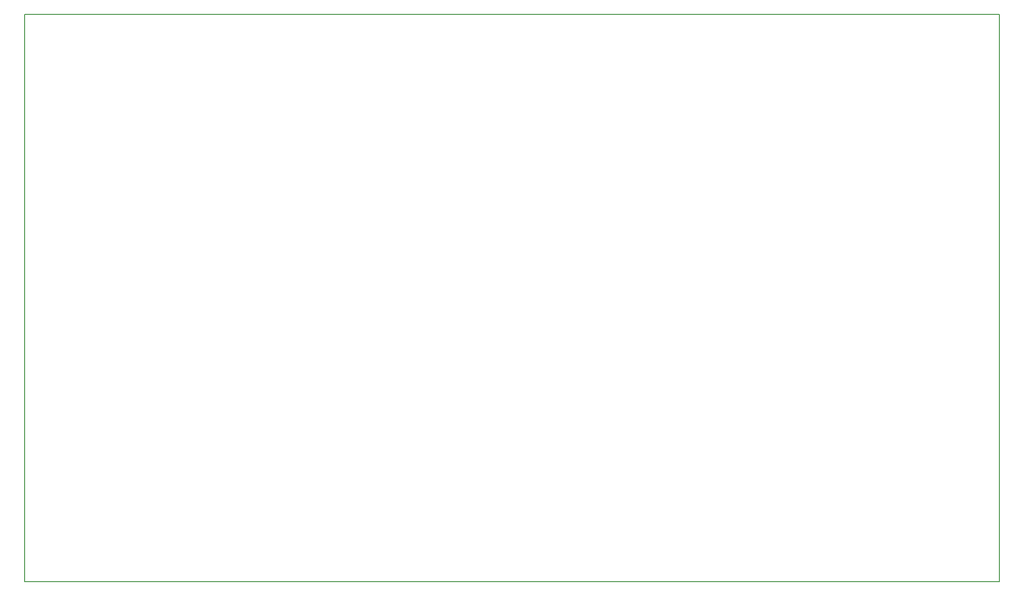
<source format=gm1>
G04*
G04 #@! TF.GenerationSoftware,Altium Limited,Altium Designer,19.1.5 (86)*
G04*
G04 Layer_Color=16711935*
%FSLAX25Y25*%
%MOIN*%
G70*
G01*
G75*
%ADD19C,0.00500*%
D19*
X-0Y407417D02*
X0Y0D01*
X-0Y407417D02*
X700000D01*
X700000Y0D01*
X0D02*
X700000D01*
M02*

</source>
